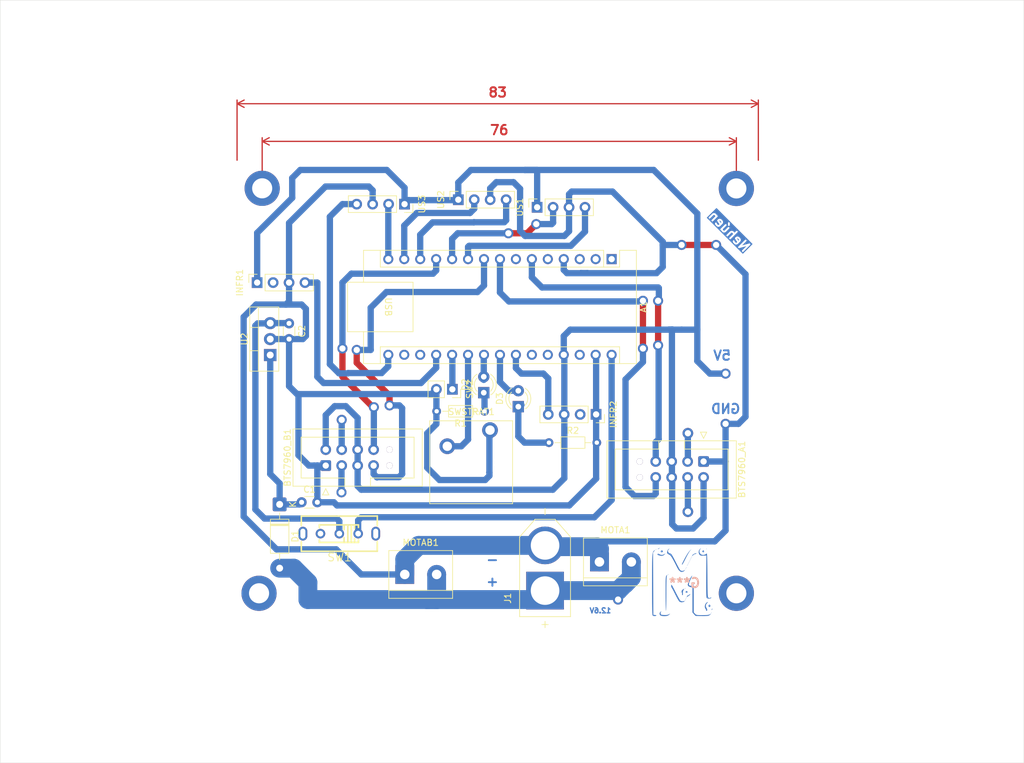
<source format=kicad_pcb>
(kicad_pcb (version 20241229) (generator "pcbnew") (generator_version "9.0")
  (layers (0 "F.Cu" signal) (2 "B.Cu" signal) (13 "F.Paste" user) (15 "B.Paste" user) (5 "F.SilkS" user "F.Silkscreen") (7 "B.SilkS" user "B.Silkscreen") (1 "F.Mask" user) (3 "B.Mask" user) (25 "Edge.Cuts" user))
  (net 0 "")
  (net 1 "D3_PWMARRIBA_A")
  (net 2 "D10_echo_USONIDO2")
  (net 7 "D12_echo_USONIDO3")
  (net 8 "+5V")
  (net 9 "D6_PWMARRIBA_B")
  (net 11 "GND")
  (net 13 "9V")
  (net 14 "D13_trigger_USONIDO3")
  (net 16 "D11_trigger_USONIDO2")
  (net 17 "D8_trigger_USONIDO1")
  (net 22 "D5_PWMABAJO_A")
  (net 23 "D9_PWMABAJO_B")
  (net 24 "D7_echo_USONIDO1")
  (net 25 "Net-(D2-K)")
  (net 26 "Net-(D3-K)")
  (net 28 "ISARRIBA_A")
  (net 29 "ISABAJO_A")
  (net 33 "LED1{slash}A3")
  (net 35 "SW1{slash}A1")
  (net 36 "ISABAJO_B ")
  (net 37 "ISARRIBA_B")
  (net 38 "SW2{slash}A2")
  (net 39 "LED2{slash}A4")
  (net 40 "INFRA1{slash}A0")
  (net 41 "INFRA2{slash}A5")
  (net 42 "11.9V")
  (net 43 "Net-(SW1A-B)")
  (net 44 "12.6V (3 celdas)")
  (footprint "Resistor_THT:R_Axial_DIN0204_L3.6mm_D1.6mm_P7.62mm_Horizontal" (layer "F.Cu") (at 163.12 95.5 180)
    (property "Reference" "R1")
    (property "Value" "220")
  )
  (footprint "LED_THT:LED_D3.0mm" (layer "F.Cu") (at 168.5 94.77 90)
    (property "Reference" "D3")
    (property "Value" "LED")
  )
  (footprint "Switch_Keyboard_Kailh:SW_Kailh_KH" (layer "F.Cu") (at 160.994748 103.624369)
    (property "Reference" "SWSTRAT1")
    (property "Value" "SW2")
  )
  (footprint "" (layer "F.Cu") (at 203.22 60 180)
    (property "Reference" "")
    (property "Value" "")
  )
  (footprint "" (layer "F.Cu") (at 127.72 59.977527 180)
    (property "Reference" "")
    (property "Value" "")
  )
  (footprint "LED_THT:LED_D3.0mm" (layer "F.Cu") (at 163 92.54 90)
    (property "Reference" "D2")
    (property "Value" "LED")
  )
  (footprint "Package_TO_SOT_THT:TO-220-3_Vertical" (layer "F.Cu") (at 129 86.54 90)
    (property "Reference" "U2")
    (property "Value" "LM7809_TO220")
  )
  (footprint "Connector_PinSocket_2.54mm:PinSocket_1x04_P2.54mm_Vertical" (layer "F.Cu") (at 126.92 75 90)
    (property "Reference" "INFR1")
    (property "Value" "Conn_01x04_Pin")
  )
  (footprint "Connector_PinSocket_2.54mm:PinSocket_1x04_P2.54mm_Vertical" (layer "F.Cu") (at 150.388613 62.5 -90)
    (property "Reference" "US3")
    (property "Value" "Conn_01x04_Pin")
  )
  (footprint "XT60-M:AMASS_XT60-M" (layer "F.Cu") (at 172.760452 120.472636 90)
    (property "Reference" "J1")
    (property "Value" "XT60-M")
  )
  (footprint "Connector_IDC:IDC-Header_2x05_P2.54mm_Vertical" (layer "F.Cu") (at 137.84 104.1521 90)
    (property "Reference" "BTS7960_B1")
    (property "Value" "Conn_02x05_Odd_Even")
  )
  (footprint "Capacitor_THT:C_Disc_D3.0mm_W1.6mm_P2.50mm" (layer "F.Cu") (at 134 110)
    (property "Reference" "C1")
    (property "Value" "0.33µF")
  )
  (footprint "Diode_THT:D_DO-41_SOD81_P10.16mm_Horizontal" (layer "F.Cu") (at 130.5 110.34 -90)
    (property "Reference" "D1")
    (property "Value" "1N4007")
  )
  (footprint "Connector_PinSocket_2.54mm:PinSocket_1x04_P2.54mm_Vertical" (layer "F.Cu") (at 158.942515 61.791802 90)
    (property "Reference" "US2")
    (property "Value" "Conn_01x04_Pin")
  )
  (footprint "footprint:SW-TH_SS-12F44-GX" (layer "F.Cu") (at 140 115 180)
    (property "Reference" "SW1")
    (property "Value" "SW_DPDT_x2")
  )
  (footprint "Connector_PinSocket_2.54mm:PinSocket_1x02_P2.54mm_Vertical" (layer "F.Cu") (at 158 92 -90)
    (property "Reference" "SW2")
    (property "Value" "SW1 TIEMPO")
  )
  (footprint "TerminalBlock:TerminalBlock_bornier-2_P5.08mm" (layer "F.Cu") (at 150.42 121.5)
    (property "Reference" "MOTAB1")
    (property "Value" "Screw_Terminal_01x02")
  )
  (footprint "Capacitor_THT:C_Disc_D3.0mm_W1.6mm_P2.50mm" (layer "F.Cu") (at 132 81.5 -90)
    (property "Reference" "C2")
    (property "Value" "0.1µF")
  )
  (footprint "TerminalBlock:TerminalBlock_bornier-2_P5.08mm" (layer "F.Cu") (at 181.42 119.5)
    (property "Reference" "MOTA1")
    (property "Value" "Screw_Terminal_01x02")
  )
  (footprint "Connector_PinSocket_2.54mm:PinSocket_1x04_P2.54mm_Vertical" (layer "F.Cu") (at 180.889075 96 -90)
    (property "Reference" "INFR2")
    (property "Value" "Conn_01x04_Pin" (hide yes))
  )
  (footprint "Connector_PinSocket_2.54mm:PinSocket_1x04_P2.54mm_Vertical" (layer "F.Cu") (at 171.5 63 90)
    (property "Reference" "US1")
    (property "Value" "Conn_01x04_Pin")
  )
  (footprint "" (layer "F.Cu") (at 127.22 124.5 180)
    (property "Reference" "")
    (property "Value" "")
  )
  (footprint "Resistor_THT:R_Axial_DIN0204_L3.6mm_D1.6mm_P7.62mm_Horizontal" (layer "F.Cu") (at 173.38 100.5)
    (property "Reference" "R2")
    (property "Value" "220")
  )
  (footprint "Connector_IDC:IDC-Header_2x05_P2.54mm_Vertical" (layer "F.Cu") (at 198 103.5 -90)
    (property "Reference" "BTS7960_A1")
    (property "Value" "Conn_02x05_Odd_Even")
  )
  (footprint "Module:Arduino_Nano" (layer "F.Cu") (at 183.36 71.26 -90)
    (property "Reference" "A1")
    (property "Value" "Arduino_Nano_Every")
  )
  (footprint "" (layer "F.Cu") (at 203.22 124.5 180)
    (property "Reference" "")
    (property "Value" "")
  )
  (footprint "Images:mecalogo" (layer "B.Cu") (at 194.953963 122.857904 180)
    (property "Reference" "G***")
    (property "Value" "LOGO" (hide yes))
  )
  (gr_rect (start 86 30) (end 249 151.5) (stroke (width 0.05)) (fill no) (layer "Edge.Cuts"))
  (gr_text "Nehúen" (at 204.5 70.5 315) (layer "B.Cu" knockout) (effects (font (size 1.5 1.5) (thickness 0.3) (bold yes)) (justify left bottom mirror)))
  (gr_text "-\n" (at 165.5 120 0) (layer "B.Cu") (effects (font (size 1.5 1.5) (thickness 0.3) (bold yes)) (justify left bottom mirror)))
  (gr_text "5V\n" (at 202.5 87.5 0) (layer "B.Cu") (effects (font (size 1.5 1.5) (thickness 0.3) (bold yes)) (justify left bottom mirror)))
  (gr_text "12.6V\n" (at 183.367542 127.72773 0) (layer "B.Cu") (effects (font (size 0.8 0.8) (thickness 0.2) (bold yes)) (justify left bottom mirror)))
  (gr_text "GND" (at 204 96 0) (layer "B.Cu") (effects (font (size 1.5 1.5) (thickness 0.3) (bold yes)) (justify left bottom mirror)))
  (gr_text "+\n" (at 165.5 123.5 0) (layer "B.Cu") (effects (font (size 1.5 1.5) (thickness 0.3) (bold yes)) (justify left bottom mirror)))
  (dimension (type orthogonal) (layer "F.Cu") (pts (xy 123.72 56) (xy 206.72 56)) (height -9.5) (orientation 0) (format (prefix "") (suffix "") (units 3) (units_format 0) (precision 4) (suppress_zeroes yes)) (style (thickness 0.2) (arrow_length 1.27) (text_position_mode 0) (arrow_direction outward) (extension_height 0.58642) (extension_offset 0.5) (keep_text_aligned yes)) (gr_text "83" (at 165.22 44.7 0) (layer "F.Cu") (effects (font (size 1.5 1.5) (thickness 0.3)))))
  (dimension (type orthogonal) (layer "F.Cu") (pts (xy 127.72 59.977527) (xy 203.22 60)) (height -7.477527) (orientation 0) (format (prefix "") (suffix "") (units 3) (units_format 0) (precision 4) (override_value "76") (suppress_zeroes yes)) (style (thickness 0.2) (arrow_length 1.27) (text_position_mode 0) (arrow_direction outward) (extension_height 0.58642) (extension_offset 0.5) (keep_text_aligned yes)) (gr_text "76" (at 165.47 50.7 0) (layer "F.Cu") (effects (font (size 1.5 1.5) (thickness 0.3)))))
  (segment (start 190.759506 85) (end 190.759506 77.894538) (width 1) (layer "F.Cu") (net 1))
  (via (at 190.759506 85) (size 1.6) (drill 1) (layers "F.Cu" "B.Cu") (net 1))
  (via (at 190.759506 77.894538) (size 1.6) (drill 1) (layers "F.Cu" "B.Cu") (net 1))
  (segment (start 190.384663 103.495337) (end 190.38 103.5) (width 1) (layer "B.Cu") (net 1))
  (segment (start 190.759506 85) (end 190.846008 85.086502) (width 1) (layer "B.Cu") (net 1))
  (segment (start 190.772845 75.772845) (end 172.272845 75.772845) (width 1) (layer "B.Cu") (net 1))
  (segment (start 190.38 103.5) (end 190.340782 103.460782) (width 1) (layer "B.Cu") (net 1))
  (segment (start 190.846008 85.086502) (end 190.846008 99.945849) (width 1) (layer "B.Cu") (net 1))
  (segment (start 172.272845 75.772845) (end 170.66 74.16) (width 1) (layer "B.Cu") (net 1))
  (segment (start 190.846008 99.945849) (end 190.384663 100.407194) (width 1) (layer "B.Cu") (net 1))
  (segment (start 190.759506 77.894538) (end 190.880392 77.773652) (width 1) (layer "B.Cu") (net 1))
  (segment (start 170.66 74.16) (end 170.66 71.26) (width 1) (layer "B.Cu") (net 1))
  (segment (start 190.880392 75.880392) (end 190.772845 75.772845) (width 1) (layer "B.Cu") (net 1))
  (segment (start 190.880392 77.773652) (end 190.880392 75.880392) (width 1) (layer "B.Cu") (net 1))
  (segment (start 190.384663 100.407194) (end 190.384663 103.495337) (width 1) (layer "B.Cu") (net 1))
  (segment (start 152.88 71.26) (end 152.88 67.38) (width 1) (layer "B.Cu") (net 2))
  (segment (start 152.88 67.38) (end 154.854484 65.405516) (width 1) (layer "B.Cu") (net 2))
  (segment (start 161.454562 65.384663) (end 166.249684 65.384663) (width 1) (layer "B.Cu") (net 2))
  (segment (start 154.854484 65.405516) (end 161.43371 65.405516) (width 1) (layer "B.Cu") (net 2))
  (segment (start 166.249684 65.384663) (end 166.562515 65.071832) (width 1) (layer "B.Cu") (net 2))
  (segment (start 161.43371 65.405516) (end 161.454562 65.384663) (width 1) (layer "B.Cu") (net 2))
  (segment (start 166.562515 65.071832) (end 166.562515 61.791802) (width 1) (layer "B.Cu") (net 2))
  (segment (start 147.8 71.26) (end 147.8 62.548613) (width 1) (layer "B.Cu") (net 7))
  (segment (start 147.767983 71.227983) (end 147.8 71.26) (width 1) (layer "B.Cu") (net 7))
  (segment (start 147.8 62.548613) (end 147.848613 62.5) (width 1) (layer "B.Cu") (net 7))
  (via (at 201.5 89.5) (size 1.6) (drill 1) (layers "F.Cu" "B.Cu") (net 8))
  (segment (start 197 82.5) (end 197 87.5) (width 1) (layer "B.Cu") (net 8))
  (segment (start 193 113.5) (end 193.674054 114.174054) (width 1) (layer "B.Cu") (net 8))
  (segment (start 175.827626 86.587626) (end 175.827626 106.172374) (width 1) (layer "B.Cu") (net 8))
  (segment (start 192.96 82.46) (end 192.96 105.54) (width 1) (layer "B.Cu") (net 8))
  (segment (start 142.92 96.569579) (end 141.040336 94.689915) (width 1) (layer "B.Cu") (net 8))
  (segment (start 175.74 86.5) (end 175.827626 86.587626) (width 1) (layer "B.Cu") (net 8))
  (segment (start 174 108) (end 143.5 108) (width 1) (layer "B.Cu") (net 8))
  (segment (start 141.040336 94.689915) (end 139.263086 94.689915) (width 1) (layer "B.Cu") (net 8))
  (segment (start 193 106.12) (end 193 113.5) (width 1) (layer "B.Cu") (net 8))
  (segment (start 193.674054 114.174054) (end 196.325946 114.174054) (width 1) (layer "B.Cu") (net 8))
  (segment (start 175.827626 106.172374) (end 174 108) (width 1) (layer "B.Cu") (net 8))
  (segment (start 197 64) (end 197 82.5) (width 1) (layer "B.Cu") (net 8))
  (segment (start 150.426191 61.791802) (end 150.388613 61.82938) (width 1) (layer "B.Cu") (net 8))
  (segment (start 169.551 57.051) (end 190.051 57.051) (width 1) (layer "B.Cu") (net 8))
  (segment (start 132.5 58.337711) (end 133.786711 57.051) (width 1) (layer "B.Cu") (net 8))
  (segment (start 197 82.5) (end 194.5 82.5) (width 1) (layer "B.Cu") (net 8))
  (segment (start 171.5 62.5) (end 171.5 57.051) (width 1) (layer "B.Cu") (net 8))
  (segment (start 175.74 86.5) (end 175.74 83.52) (width 1) (layer "B.Cu") (net 8))
  (segment (start 192.92 82.5) (end 192.96 82.46) (width 1) (layer "B.Cu") (net 8))
  (segment (start 199 89.5) (end 201.5 89.5) (width 1) (layer "B.Cu") (net 8))
  (segment (start 176.76 82.5) (end 192.5 82.5) (width 1) (layer "B.Cu") (net 8))
  (segment (start 196.325946 114.174054) (end 198 112.5) (width 1) (layer "B.Cu") (net 8))
  (segment (start 142.92 101.6121) (end 142.92 96.569579) (width 1) (layer "B.Cu") (net 8))
  (segment (start 194.5 82.5) (end 192.5 82.5) (width 1) (layer "B.Cu") (net 8))
  (segment (start 169.551 57.051) (end 160.949 57.051) (width 1) (layer "B.Cu") (net 8))
  (segment (start 151.023593 61.86502) (end 158.869297 61.86502) (width 1) (layer "B.Cu") (net 8))
  (segment (start 160.949 57.051) (end 158.942515 59.057485) (width 1) (layer "B.Cu") (net 8))
  (segment (start 171.5 57.051) (end 169.551 57.051) (width 1) (layer "B.Cu") (net 8))
  (segment (start 158.869297 61.86502) (end 158.942515 61.791802) (width 1) (layer "B.Cu") (net 8))
  (segment (start 192.96 105.54) (end 192.92 105.58) (width 1) (layer "B.Cu") (net 8))
  (segment (start 139.263086 94.689915) (end 137.84 96.113001) (width 1) (layer "B.Cu") (net 8))
  (segment (start 192.92 105.58) (end 192.92 106.04) (width 1) (layer "B.Cu") (net 8))
  (segment (start 143.5 108) (end 142.92 107.42) (width 1) (layer "B.Cu") (net 8))
  (segment (start 150.388613 61.82938) (end 150.388613 62.5) (width 1) (layer "B.Cu") (net 8))
  (segment (start 132.5 61.5) (end 132.5 58.337711) (width 1) (layer "B.Cu") (net 8))
  (segment (start 192.92 106.04) (end 193 106.12) (width 1) (layer "B.Cu") (net 8))
  (segment (start 192.5 82.5) (end 192.92 82.5) (width 1) (layer "B.Cu") (net 8))
  (segment (start 158.942515 61.791802) (end 159 61.734317) (width 1) (layer "B.Cu") (net 8))
  (segment (start 147.551 57.051) (end 150.388613 59.888613) (width 1) (layer "B.Cu") (net 8))
  (segment (start 190.051 57.051) (end 197 64) (width 1) (layer "B.Cu") (net 8))
  (segment (start 150.388613 62.5) (end 151.023593 61.86502) (width 1) (layer "B.Cu") (net 8))
  (segment (start 142.92 104.1521) (end 142.92 101.6121) (width 1) (layer "B.Cu") (net 8))
  (segment (start 137.84 96.113001) (end 137.84 101.6121) (width 1) (layer "B.Cu") (net 8))
  (segment (start 150.388613 59.888613) (end 150.388613 62.5) (width 1) (layer "B.Cu") (net 8))
  (segment (start 126.92 67.08) (end 132.5 61.5) (width 1) (layer "B.Cu") (net 8))
  (segment (start 126.92 75) (end 126.92 67.08) (width 1) (layer "B.Cu") (net 8))
  (segment (start 175.74 83.52) (end 176.76 82.5) (width 1) (layer "B.Cu") (net 8))
  (segment (start 197 87.5) (end 199 89.5) (width 1) (layer "B.Cu") (net 8))
  (segment (start 158.942515 59.057485) (end 158.942515 61.791802) (width 1) (layer "B.Cu") (net 8))
  (segment (start 142.92 107.42) (end 142.92 104.1521) (width 1) (layer "B.Cu") (net 8))
  (segment (start 198 112.5) (end 198 106.04) (width 1) (layer "B.Cu") (net 8))
  (segment (start 133.786711 57.051) (end 147.551 57.051) (width 1) (layer "B.Cu") (net 8))
  (segment (start 142.772793 85.727207) (end 142.772793 87.772793) (width 1) (layer "F.Cu") (net 9))
  (segment (start 148 93) (end 148 94.567646) (width 1) (layer "F.Cu") (net 9))
  (segment (start 142.772793 87.772793) (end 148 93) (width 1) (layer "F.Cu") (net 9))
  (via (at 148 94.567646) (size 1.6) (drill 1) (layers "F.Cu" "B.Cu") (net 9))
  (via (at 142.772793 85.727207) (size 1.6) (drill 1) (layers "F.Cu" "B.Cu") (net 9))
  (segment (start 149.5 106) (end 146.025076 106) (width 1) (layer "B.Cu") (net 9))
  (segment (start 145.46 105.485076) (end 145.46 104.1521) (width 1) (layer "B.Cu") (net 9))
  (segment (start 146.025076 106) (end 146 106.025076) (width 1) (layer "B.Cu") (net 9))
  (segment (start 145 85.727207) (end 145 79) (width 1) (layer "B.Cu") (net 9))
  (segment (start 148 94.567646) (end 149.567646 94.567646) (width 1) (layer "B.Cu") (net 9))
  (segment (start 149.567646 94.567646) (end 150 95) (width 1) (layer "B.Cu") (net 9))
  (segment (start 150 95) (end 150 105.5) (width 1) (layer "B.Cu") (net 9))
  (segment (start 162 76.5) (end 163.04 75.46) (width 1) (layer "B.Cu") (net 9))
  (segment (start 142.772793 85.727207) (end 145 85.727207) (width 1) (layer "B.Cu") (net 9))
  (segment (start 146 106.025076) (end 145.46 105.485076) (width 1) (layer "B.Cu") (net 9))
  (segment (start 147.5 76.5) (end 162 76.5) (width 1) (layer "B.Cu") (net 9))
  (segment (start 163.04 75.46) (end 163.04 71.26) (width 1) (layer "B.Cu") (net 9))
  (segment (start 145 79) (end 147.5 76.5) (width 1) (layer "B.Cu") (net 9))
  (segment (start 150 105.5) (end 149.5 106) (width 1) (layer "B.Cu") (net 9))
  (segment (start 194.5 69) (end 200 69) (width 1) (layer "F.Cu") (net 11))
  (via (at 194.5 69) (size 1.6) (drill 1) (layers "F.Cu" "B.Cu") (net 11))
  (via (at 200 69) (size 1.6) (drill 1) (layers "F.Cu" "B.Cu") (net 11))
  (via (at 201.5 97.5) (size 1.6) (drill 1) (layers "F.Cu" "B.Cu") (net 11))
  (segment (start 124.771 112.271) (end 124.771 80.479) (width 1) (layer "B.Cu") (net 11))
  (segment (start 175.74 72.98) (end 176.259789 73.499789) (width 1) (layer "B.Cu") (net 11))
  (segment (start 191.499 69) (end 194.5 69) (width 1) (layer "B.Cu") (net 11))
  (segment (start 124.771 80.479) (end 126.75 78.5) (width 1) (layer "B.Cu") (net 11))
  (segment (start 150.42 121.5) (end 143.5 121.5) (width 1) (layer "B.Cu") (net 11))
  (segment (start 163.903466 105.766278) (end 163.213023 106.456721) (width 1) (layer "B.Cu") (net 11))
  (segment (start 191.499 72.501) (end 190.5 73.5) (width 1) (layer "B.Cu") (net 11))
  (segment (start 163.897478 99.602522) (end 163.897478 105.239704) (width 1) (layer "B.Cu") (net 11))
  (segment (start 163.213023 106.456721) (end 155.956721 106.456721) (width 1) (layer "B.Cu") (net 11))
  (segment (start 154 99) (end 155.438088 97.561912) (width 1) (layer "B.Cu") (net 11))
  (segment (start 131.5 78.5) (end 132 78) (width 1) (layer "B.Cu") (net 11))
  (segment (start 180.889075 106.233659) (end 180.889075 96) (width 1) (layer "B.Cu") (net 11))
  (segment (start 163.903466 105.245692) (end 163.903466 105.766278) (width 1) (layer "B.Cu") (net 11))
  (segment (start 136.5 110) (end 136.5 104.1521) (width 1) (layer "B.Cu") (net 11))
  (segment (start 164.022515 61.791802) (end 164.022515 59.977485) (width 1) (layer "B.Cu") (net 11))
  (segment (start 175.74 71.26) (end 175.962815 71.037185) (width 1) (layer "B.Cu") (net 11))
  (segment (start 201.5 114.5) (end 201.5 103.5) (width 1) (layer "B.Cu") (net 11))
  (segment (start 155.46 97.439642) (end 155.46 92) (width 1) (layer "B.Cu") (net 11))
  (segment (start 179.500211 73.499789) (end 179.500422 73.5) (width 1) (layer "B.Cu") (net 11))
  (segment (start 133.5 92.767646) (end 154.692354 92.767646) (width 1) (layer "B.Cu") (net 11))
  (segment (start 181.92647 116.223108) (end 199.776892 116.223108) (width 1) (layer "B.Cu") (net 11))
  (segment (start 168.782773 66.767487) (end 169.579781 67.564495) (width 1) (layer "B.Cu") (net 11))
  (segment (start 126.75 78.5) (end 131.5 78.5) (width 1) (layer "B.Cu") (net 11))
  (segment (start 164 99.5) (end 163.897478 99.602522) (width 1) (layer "B.Cu") (net 11))
  (segment (start 139.5 117.5) (end 130 117.5) (width 1) (layer "B.Cu") (net 11))
  (segment (start 135.1521 104.1521) (end 133.5 102.5) (width 1) (layer "B.Cu") (net 11))
  (segment (start 132 78) (end 132 75) (width 1) (layer "B.Cu") (net 11))
  (segment (start 133.5 102.5) (end 133.5 92.767646) (width 1) (layer "B.Cu") (net 11))
  (segment (start 181.074789 117.074789) (end 172.962605 117.074789) (width 3) (layer "B.Cu") (net 11))
  (segment (start 155.438088 97.561912) (end 155.438088 97.461554) (width 1) (layer "B.Cu") (net 11))
  (segment (start 172.760452 116.872636) (end 152.627364 116.872636) (width 3) (layer "B.Cu") (net 11))
  (segment (start 164.022515 59.977485) (end 165 59) (width 1) (layer "B.Cu") (net 11))
  (segment (start 137.806723 59.693277) (end 144.693277 59.693277) (width 1) (layer "B.Cu") (net 11))
  (segment (start 176.622734 110.5) (end 180.889075 106.233659) (width 1) (layer "B.Cu") (net 11))
  (segment (start 175.830042 67.564495) (end 176.58 66.814537) (width 1) (layer "B.Cu") (net 11))
  (segment (start 198 103.5) (end 201.5 103.5) (width 1) (layer "B.Cu") (net 11))
  (segment (start 204.675621 96.372981) (end 204.675621 73.675621) (width 1) (layer "B.Cu") (net 11))
  (segment (start 172.962605 117.074789) (end 172.530095 116.642279) (width 3) (layer "B.Cu") (net 11))
  (segment (start 180.889075 86.569075) (end 180.82 86.5) (width 1) (layer "B.Cu") (net 11))
  (segment (start 180.889075 96) (end 180.889075 86.569075) (width 1) (layer "B.Cu") (net 11))
  (segment (start 178.5 73.499789) (end 179.500211 73.499789) (width 1) (layer "B.Cu") (net 11))
  (segment (start 139.134979 110) (end 139.634979 110.5) (width 1) (layer "B.Cu") (net 11))
  (segment (start 176.58 60.92) (end 176.999 60.501) (width 1) (layer "B.Cu") (net 11))
  (segment (start 201.5 103.5) (end 201.5 97.5) (width 1) (layer "B.Cu") (net 11))
  (segment (start 134 78.5) (end 131.5 78.5) (width 1) (layer "B.Cu") (net 11))
  (segment (start 154 104.5) (end 154 99) (width 1) (layer "B.Cu") (net 11))
  (segment (start 181.074789 117.074789) (end 181.92647 116.223108) (width 1) (layer "B.Cu") (net 11))
  (segment (start 155.46 92) (end 155.5 91.96) (width 1) (layer "B.Cu") (net 11))
  (segment (start 154.692354 92.767646) (end 155.46 92) (width 1) (layer "B.Cu") (net 11))
  (segment (start 152.627364 116.872636) (end 150.42 119.08) (width 3) (layer "B.Cu") (net 11))
  (segment (start 199.776892 116.223108) (end 201.5 114.5) (width 1) (layer "B.Cu") (net 11))
  (segment (start 176.259789 73.499789) (end 178.5 73.499789) (width 1) (layer "B.Cu") (net 11))
  (segment (start 132 84) (end 128.95 84) (width 1) (layer "B.Cu") (net 11))
  (segment (start 178.500211 73.5) (end 178.5 73.499789) (width 1) (layer "B.Cu") (net 11))
  (segment (start 191.499 69) (end 191.499 72.501) (width 1) (layer "B.Cu") (net 11))
  (segment (start 132 91.5) (end 132 84) (width 1) (layer "B.Cu") (net 11))
  (segment (start 203.548602 97.5) (end 204.675621 96.372981) (width 1) (layer "B.Cu") (net 11))
  (segment (start 134.182674 84) (end 134.682674 83.5) (width 1) (layer "B.Cu") (net 11))
  (segment (start 163.897478 105.239704) (end 163.903466 105.245692) (width 1) (layer "B.Cu") (net 11))
  (segment (start 155.438088 97.461554) (end 155.46 97.439642) (width 1) (layer "B.Cu") (net 11))
  (segment (start 181.42 117.42) (end 181.42 119.5) (width 3) (layer "B.Cu") (net 11))
  (segment (start 133.267646 92.767646) (end 132 91.5) (width 1) (layer "B.Cu") (net 11))
  (segment (start 150.42 119.08) (end 150.42 121.5) (width 3) (layer "B.Cu") (net 11))
  (segment (start 169.579781 67.564495) (end 175.830042 67.564495) (width 1) (layer "B.Cu") (net 11))
  (segment (start 132 84) (end 134.182674 84) (width 1) (layer "B.Cu") (net 11))
  (segment (start 190.5 73.5) (end 178.500211 73.5) (width 1) (layer "B.Cu") (net 11))
  (segment (start 155.956721 106.456721) (end 154 104.5) (width 1) (layer "B.Cu") (net 11))
  (segment (start 130 117.5) (end 124.771 112.271) (width 1) (layer "B.Cu") (net 11))
  (segment (start 139.634979 110.5) (end 176.622734 110.5) (width 1) (layer "B.Cu") (net 11))
  (segment (start 136.5 104.1521) (end 136 104.1521) (width 1) (layer "B.Cu") (net 11))
  (segment (start 132 75) (end 132 65.5) (width 1) (layer "B.Cu") (net 11))
  (segment (start 175.74 71.26) (end 175.74 72.98) (width 1) (layer "B.Cu") (net 11))
  (segment (start 137.84 104.1521) (end 136.5 104.1521) (width 1) (layer "B.Cu") (net 11))
  (segment (start 136 104.1521) (end 135.1521 104.1521) (width 1) (layer "B.Cu") (net 11))
  (segment (start 191.499 68.499) (end 191.499 69) (width 1) (layer "B.Cu") (net 11))
  (segment (start 144.693277 59.693277) (end 145.308613 60.308613) (width 1) (layer "B.Cu") (net 11))
  (segment (start 134.682674 83.5) (end 134.682674 79.182674) (width 1) (layer "B.Cu") (net 11))
  (segment (start 143.5 121.5) (end 139.5 117.5) (width 1) (layer "B.Cu") (net 11))
  (segment (start 204.675621 73.675621) (end 200 69) (width 1) (layer "B.Cu") (net 11))
  (segment (start 167.727266 59) (end 168.782773 60.055507) (width 1) (layer "B.Cu") (net 11))
  (segment (start 201.5 97.5) (end 203.548602 97.5) (width 1) (layer "B.Cu") (net 11))
  (segment (start 134.682674 79.182674) (end 134 78.5) (width 1) (layer "B.Cu") (net 11))
  (segment (start 136.5 110) (end 139.134979 110) (width 1) (layer "B.Cu") (net 11))
  (segment (start 168.782773 60.055507) (end 168.782773 66.767487) (width 1) (layer "B.Cu") (net 11))
  (segment (start 176.58 66.814537) (end 176.58 60.92) (width 1) (layer "B.Cu") (net 11))
  (segment (start 145.308613 60.308613) (end 145.308613 61.82938) (width 1) (layer "B.Cu") (net 11))
  (segment (start 183.501 60.501) (end 191.499 68.499) (width 1) (layer "B.Cu") (net 11))
  (segment (start 132 65.5) (end 137.806723 59.693277) (width 1) (layer "B.Cu") (net 11))
  (segment (start 165 59) (end 167.727266 59) (width 1) (layer "B.Cu") (net 11))
  (segment (start 172.760452 116.872636) (end 172.022164 116.134348) (width 3) (layer "B.Cu") (net 11))
  (segment (start 176.999 60.501) (end 183.501 60.501) (width 1) (layer "B.Cu") (net 11))
  (segment (start 181.074789 117.074789) (end 181.42 117.42) (width 3) (layer "B.Cu") (net 11))
  (segment (start 143 112.887395) (end 143.5 112.387395) (width 1) (layer "B.Cu") (net 13))
  (segment (start 143.5 112.387395) (end 180.612605 112.387395) (width 1) (layer "B.Cu") (net 13))
  (segment (start 183.36 109.64) (end 183.36 86.5) (width 1) (layer "B.Cu") (net 13))
  (segment (start 143 115) (end 143 112.887395) (width 1) (layer "B.Cu") (net 13))
  (segment (start 180.612605 112.387395) (end 183.36 109.64) (width 1) (layer "B.Cu") (net 13))
  (segment (start 140.5 62.5) (end 142.768613 62.5) (width 1) (layer "B.Cu") (net 14))
  (segment (start 141.417276 89.417276) (end 141.379798 89.454754) (width 1) (layer "B.Cu") (net 14))
  (segment (start 138.5 88) (end 138.5 64.5) (width 1) (layer "B.Cu") (net 14))
  (segment (start 146.730249 89.417276) (end 141.417276 89.417276) (width 1) (layer "B.Cu") (net 14))
  (segment (start 147.8 86.5) (end 147.787014 86.512986) (width 1) (layer "B.Cu") (net 14))
  (segment (start 147.787014 88.360511) (end 146.730249 89.417276) (width 1) (layer "B.Cu") (net 14))
  (segment (start 141.379798 89.454754) (end 139.954754 89.454754) (width 1) (layer "B.Cu") (net 14))
  (segment (start 147.787014 86.512986) (end 147.787014 88.360511) (width 1) (layer "B.Cu") (net 14))
  (segment (start 138.5 64.5) (end 140.5 62.5) (width 1) (layer "B.Cu") (net 14))
  (segment (start 139.954754 89.454754) (end 138.5 88) (width 1) (layer "B.Cu") (net 14))
  (segment (start 160.811975 63.904516) (end 152.355484 63.904516) (width 1) (layer "B.Cu") (net 16))
  (segment (start 150.34 65.92) (end 150.34 71.26) (width 1) (layer "B.Cu") (net 16))
  (segment (start 161.482515 63.233976) (end 160.811975 63.904516) (width 1) (layer "B.Cu") (net 16))
  (segment (start 152.355484 63.904516) (end 150.34 65.92) (width 1) (layer "B.Cu") (net 16))
  (segment (start 161.482515 61.791802) (end 161.482515 63.233976) (width 1) (layer "B.Cu") (net 16))
  (segment (start 169.896638 67.141176) (end 171.358613 65.679201) (width 1) (layer "F.Cu") (net 17))
  (segment (start 166.924859 67.141176) (end 169.896638 67.141176) (width 1) (layer "F.Cu") (net 17))
  (via (at 166.924859 67.141176) (size 1.6) (drill 1) (layers "F.Cu" "B.Cu") (net 17))
  (via (at 171.358613 65.679201) (size 1.6) (drill 1) (layers "F.Cu" "B.Cu") (net 17))
  (segment (start 174.04 65.46) (end 173.820799 65.679201) (width 1) (layer "B.Cu") (net 17))
  (segment (start 173.820799 65.679201) (end 171.358613 65.679201) (width 1) (layer "B.Cu") (net 17))
  (segment (start 158.858824 67.141176) (end 157.96 68.04) (width 1) (layer "B.Cu") (net 17))
  (segment (start 166.924859 67.141176) (end 158.858824 67.141176) (width 1) (layer "B.Cu") (net 17))
  (segment (start 157.96 68.04) (end 157.96 71.26) (width 1) (layer "B.Cu") (net 17))
  (segment (start 174.04 63) (end 174.04 65.46) (width 1) (layer "B.Cu") (net 17))
  (segment (start 188.346428 77.894538) (end 188.346428 85.5) (width 1) (layer "F.Cu") (net 22))
  (via (at 188.346428 77.894538) (size 1.6) (drill 1) (layers "F.Cu" "B.Cu") (net 22))
  (via (at 188.346428 85.5) (size 1.6) (drill 1) (layers "F.Cu" "B.Cu") (net 22))
  (segment (start 185.56875 90.43125) (end 185.56875 107.56875) (width 1) (layer "B.Cu") (net 22))
  (segment (start 187 109) (end 190 109) (width 1) (layer "B.Cu") (net 22))
  (segment (start 190 109) (end 190.38 108.62) (width 1) (layer "B.Cu") (net 22))
  (segment (start 188.240966 78) (end 167 78) (width 1) (layer "B.Cu") (net 22))
  (segment (start 190.38 108.62) (end 190.38 106.04) (width 1) (layer "B.Cu") (net 22))
  (segment (start 188.346428 85.5) (end 188.346428 87.653572) (width 1) (layer "B.Cu") (net 22))
  (segment (start 185.56875 107.56875) (end 187 109) (width 1) (layer "B.Cu") (net 22))
  (segment (start 167 78) (end 165.58 76.58) (width 1) (layer "B.Cu") (net 22))
  (segment (start 188.346428 77.894538) (end 188.240966 78) (width 1) (layer "B.Cu") (net 22))
  (segment (start 165.58 76.58) (end 165.58 71.26) (width 1) (layer "B.Cu") (net 22))
  (segment (start 188.346428 87.653572) (end 185.56875 90.43125) (width 1) (layer "B.Cu") (net 22))
  (segment (start 140.5 90) (end 145.351469 94.851469) (width 1) (layer "F.Cu") (net 23))
  (segment (start 140.5 85.5) (end 140.5 90) (width 1) (layer "F.Cu") (net 23))
  (segment (start 145.351469 94.851469) (end 145.5 94.851469) (width 1) (layer "F.Cu") (net 23))
  (via (at 145.5 94.851469) (size 1.6) (drill 1) (layers "F.Cu" "B.Cu") (net 23))
  (via (at 140.5 85.5) (size 1.6) (drill 1) (layers "F.Cu" "B.Cu") (net 23))
  (segment (start 155.42 73.08) (end 155.42 71.26) (width 1) (layer "B.Cu") (net 23))
  (segment (start 141.92 73.58) (end 154.92 73.58) (width 1) (layer "B.Cu") (net 23))
  (segment (start 145.5 94.851469) (end 145.5 101.5721) (width 1) (layer "B.Cu") (net 23))
  (segment (start 145.5 101.5721) (end 145.46 101.6121) (width 1) (layer "B.Cu") (net 23))
  (segment (start 140.5 85.5) (end 140.5 75) (width 1) (layer "B.Cu") (net 23))
  (segment (start 154.92 73.58) (end 155.42 73.08) (width 1) (layer "B.Cu") (net 23))
  (segment (start 140.5 75) (end 141.92 73.58) (width 1) (layer "B.Cu") (net 23))
  (segment (start 179.12 63) (end 179.12 66.88) (width 1) (layer "B.Cu") (net 24))
  (segment (start 179.12 66.88) (end 176.858769 69.141231) (width 1) (layer "B.Cu") (net 24))
  (segment (start 176.858769 69.141231) (end 160.670113 69.141231) (width 1) (layer "B.Cu") (net 24))
  (segment (start 160.5 69.311344) (end 160.5 71.26) (width 1) (layer "B.Cu") (net 24))
  (segment (start 160.670113 69.141231) (end 160.5 69.311344) (width 1) (layer "B.Cu") (net 24))
  (segment (start 163.12 92.66) (end 163 92.54) (width 1) (layer "B.Cu") (net 25))
  (segment (start 163 92.54) (end 163 93.04) (width 1) (layer "B.Cu") (net 25))
  (segment (start 163.12 95.5) (end 163.12 92.66) (width 1) (layer "B.Cu") (net 25))
  (segment (start 173.38 100.5) (end 169.5 100.5) (width 1) (layer "B.Cu") (net 26))
  (segment (start 168.5 95) (end 169 94.5) (width 1) (layer "B.Cu") (net 26))
  (segment (start 168.5 99.5) (end 168.5 95) (width 1) (layer "B.Cu") (net 26))
  (segment (start 169.5 100.5) (end 168.5 99.5) (width 1) (layer "B.Cu") (net 26))
  (via (at 195.5 99) (size 1.7) (drill 1) (layers "F.Cu" "B.Cu") (net 28))
  (segment (start 195.5 103) (end 195.46 103.04) (width 1) (layer "B.Cu") (net 28))
  (segment (start 195.5 99) (end 195.5 103) (width 1) (layer "B.Cu") (net 28))
  (segment (start 195.46 103.04) (end 195.46 103.5) (width 1) (layer "B.Cu") (net 28))
  (via (at 195.5 111.5) (size 1.7) (drill 1) (layers "F.Cu" "B.Cu") (net 29))
  (segment (start 195.5 111.5) (end 195.5 106.54) (width 1) (layer "B.Cu") (net 29))
  (segment (start 195.5 106.54) (end 195.46 106.5) (width 1) (layer "B.Cu") (net 29))
  (segment (start 195.46 106.5) (end 195.46 106.04) (width 1) (layer "B.Cu") (net 29))
  (segment (start 163 90.5) (end 163 86.54) (width 1) (layer "B.Cu") (net 33))
  (segment (start 163 86.54) (end 163.04 86.5) (width 1) (layer "B.Cu") (net 33))
  (segment (start 158 92) (end 158 86.54) (width 1) (layer "B.Cu") (net 35))
  (segment (start 158 86.54) (end 157.96 86.5) (width 1) (layer "B.Cu") (net 35))
  (via (at 140.38 96.86502) (size 1.6) (drill 1) (layers "F.Cu" "B.Cu") (net 36))
  (segment (start 140.38 96.86502) (end 140.38 101.6121) (width 1) (layer "B.Cu") (net 36))
  (via (at 140.346218 108.419047) (size 1.6) (drill 1) (layers "F.Cu" "B.Cu") (net 37))
  (segment (start 140.346218 108.419047) (end 140.346218 104.185882) (width 1) (layer "B.Cu") (net 37))
  (segment (start 140.346218 104.185882) (end 140.38 104.1521) (width 1) (layer "B.Cu") (net 37))
  (segment (start 160.5 100) (end 160.5 86.5) (width 1) (layer "B.Cu") (net 38))
  (segment (start 157.194748 101.074369) (end 159.425631 101.074369) (width 1) (layer "B.Cu") (net 38))
  (segment (start 159.425631 101.074369) (end 160.5 100) (width 1) (layer "B.Cu") (net 38))
  (segment (start 165.58 86.5) (end 165.58 90.83) (width 1) (layer "B.Cu") (net 39))
  (segment (start 165.58 90.83) (end 166.98 92.23) (width 1) (layer "B.Cu") (net 39))
  (segment (start 166.98 92.23) (end 168.5 92.23) (width 1) (layer "B.Cu") (net 39))
  (segment (start 134.54 75) (end 136.5 75) (width 1) (layer "B.Cu") (net 40))
  (segment (start 136.5 75) (end 136.5 90) (width 1) (layer "B.Cu") (net 40))
  (segment (start 155.42 88.58) (end 155.42 86.5) (width 1) (layer "B.Cu") (net 40))
  (segment (start 155.5 86.58) (end 155.42 86.5) (width 1) (layer "B.Cu") (net 40))
  (segment (start 137.5 91) (end 153 91) (width 1) (layer "B.Cu") (net 40))
  (segment (start 136.5 90) (end 137.5 91) (width 1) (layer "B.Cu") (net 40))
  (segment (start 153 91) (end 155.42 88.58) (width 1) (layer "B.Cu") (net 40))
  (segment (start 168.12 88.62) (end 169 89.5) (width 1) (layer "B.Cu") (net 41))
  (segment (start 168.12 86.5) (end 168.12 88.62) (width 1) (layer "B.Cu") (net 41))
  (segment (start 168.12 86.5) (end 168.115336 86.504664) (width 1) (layer "B.Cu") (net 41))
  (segment (start 172.5 89.5) (end 173.269075 90.269075) (width 1) (layer "B.Cu") (net 41))
  (segment (start 169 89.5) (end 172.5 89.5) (width 1) (layer "B.Cu") (net 41))
  (segment (start 173.269075 90.269075) (end 173.269075 96) (width 1) (layer "B.Cu") (net 41))
  (segment (start 130.5 110.34) (end 133.66 110.34) (width 1) (layer "B.Cu") (net 42))
  (segment (start 133.66 110.34) (end 134 110) (width 1) (layer "B.Cu") (net 42))
  (segment (start 130.5 110.34) (end 130.5 107) (width 1) (layer "B.Cu") (net 42))
  (segment (start 129 105.5) (end 129 86.58) (width 1) (layer "B.Cu") (net 42))
  (segment (start 130.5 107) (end 129 105.5) (width 1) (layer "B.Cu") (net 42))
  (segment (start 131.96 81.46) (end 132 81.5) (width 1) (layer "B.Cu") (net 43))
  (segment (start 127 81.5) (end 128.639834 81.5) (width 1) (layer "B.Cu") (net 43))
  (segment (start 128.45 81.46) (end 131.96 81.46) (width 1) (layer "B.Cu") (net 43))
  (segment (start 126.638095 111.138095) (end 126.638095 81.861905) (width 1) (layer "B.Cu") (net 43))
  (segment (start 128.096113 112.596113) (end 126.638095 111.138095) (width 1) (layer "B.Cu") (net 43))
  (segment (start 140 115) (end 140 113) (width 1) (layer "B.Cu") (net 43))
  (segment (start 139.596113 112.596113) (end 128.096113 112.596113) (width 1) (layer "B.Cu") (net 43))
  (segment (start 140 113) (end 139.596113 112.596113) (width 1) (layer "B.Cu") (net 43))
  (segment (start 128.679834 81.46) (end 128.95 81.46) (width 1) (layer "B.Cu") (net 43))
  (segment (start 126.638095 81.861905) (end 127 81.5) (width 1) (layer "B.Cu") (net 43))
  (segment (start 128.639834 81.5) (end 128.679834 81.46) (width 1) (layer "B.Cu") (net 43))
  (via (at 184.384663 125.5) (size 1.6) (drill 1) (layers "F.Cu" "B.Cu") (net 44))
  (segment (start 135 122.768671) (end 132.731329 120.5) (width 3) (layer "B.Cu") (net 44))
  (segment (start 186.5 122) (end 186.5 119.5) (width 3) (layer "B.Cu") (net 44))
  (segment (start 172.962605 124.274789) (end 173.011765 124.225629) (width 3) (layer "B.Cu") (net 44))
  (segment (start 172.760452 124.072636) (end 184.388364 124.072636) (width 3) (layer "B.Cu") (net 44))
  (segment (start 184.388364 124.072636) (end 184.384663 124.076337) (width 3) (layer "B.Cu") (net 44))
  (segment (start 185.5 123) (end 186.5 122) (width 3) (layer "B.Cu") (net 44))
  (segment (start 132.731329 120.5) (end 130.5 120.5) (width 3) (layer "B.Cu") (net 44))
  (segment (start 171.333088 125.5) (end 172.760452 124.072636) (width 3) (layer "B.Cu") (net 44))
  (segment (start 185.461 123) (end 185.5 123) (width 3) (layer "B.Cu") (net 44))
  (segment (start 184.388364 124.072636) (end 185.461 123) (width 3) (layer "B.Cu") (net 44))
  (segment (start 154 125.5) (end 171.333088 125.5) (width 3) (layer "B.Cu") (net 44))
  (segment (start 135 125.5) (end 135 122.768671) (width 3) (layer "B.Cu") (net 44))
  (segment (start 184.384663 125.5) (end 184.384663 124.076337) (width 1) (layer "B.Cu") (net 44))
  (segment (start 155.5 125.5) (end 155.5 121.5) (width 3) (layer "B.Cu") (net 44))
  (segment (start 154 125.5) (end 135 125.5) (width 3) (layer "B.Cu") (net 44))
  (segment (start 154 125.5) (end 155.5 125.5) (width 3) (layer "B.Cu") (net 44))
  (segment (start 172.737394 124.5) (end 172.962605 124.274789) (width 3) (layer "B.Cu") (net 44))
)
</source>
